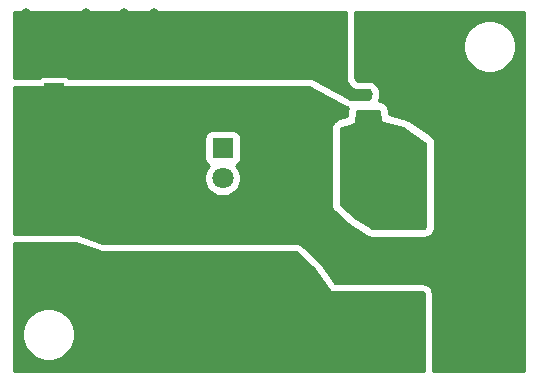
<source format=gbl>
G04 #@! TF.GenerationSoftware,KiCad,Pcbnew,(5.1.7)-1*
G04 #@! TF.CreationDate,2021-07-20T15:03:30-04:00*
G04 #@! TF.ProjectId,12-5_Volt_Regulator,31322d35-5f56-46f6-9c74-5f526567756c,rev?*
G04 #@! TF.SameCoordinates,Original*
G04 #@! TF.FileFunction,Copper,L2,Bot*
G04 #@! TF.FilePolarity,Positive*
%FSLAX46Y46*%
G04 Gerber Fmt 4.6, Leading zero omitted, Abs format (unit mm)*
G04 Created by KiCad (PCBNEW (5.1.7)-1) date 2021-07-20 15:03:30*
%MOMM*%
%LPD*%
G01*
G04 APERTURE LIST*
G04 #@! TA.AperFunction,ComponentPad*
%ADD10R,1.700000X1.700000*%
G04 #@! TD*
G04 #@! TA.AperFunction,ComponentPad*
%ADD11O,1.700000X1.700000*%
G04 #@! TD*
G04 #@! TA.AperFunction,ComponentPad*
%ADD12R,1.800000X1.800000*%
G04 #@! TD*
G04 #@! TA.AperFunction,ComponentPad*
%ADD13C,1.800000*%
G04 #@! TD*
G04 #@! TA.AperFunction,ViaPad*
%ADD14C,0.800000*%
G04 #@! TD*
G04 #@! TA.AperFunction,Conductor*
%ADD15C,0.254000*%
G04 #@! TD*
G04 #@! TA.AperFunction,Conductor*
%ADD16C,0.100000*%
G04 #@! TD*
G04 APERTURE END LIST*
D10*
X120459000Y-107933000D03*
D11*
X120459000Y-110473000D03*
D12*
X134747000Y-101600000D03*
D13*
X134747000Y-104140000D03*
D11*
X120459000Y-94408000D03*
D10*
X120459000Y-96948000D03*
D14*
X138430000Y-104140000D03*
X138430000Y-102870000D03*
X138430000Y-101600000D03*
X127635000Y-100965000D03*
X127635000Y-99695000D03*
X127635000Y-98425000D03*
X126365000Y-97790000D03*
X126365000Y-99060000D03*
X126365000Y-100330000D03*
X126365000Y-101600000D03*
X126365000Y-104775000D03*
X127635000Y-105410000D03*
X126365000Y-106045000D03*
X127635000Y-106680000D03*
X126365000Y-107315000D03*
X127635000Y-107950000D03*
X126365000Y-108585000D03*
X150876000Y-96393000D03*
X149860000Y-96393000D03*
X148717000Y-96393000D03*
X149860000Y-97790000D03*
X150876000Y-97790000D03*
X149860000Y-94996000D03*
X150876000Y-94996000D03*
X148844000Y-94996000D03*
X136652000Y-107823000D03*
X139192000Y-107823000D03*
X134112000Y-107823000D03*
X141732000Y-107823000D03*
X133858000Y-98171000D03*
X136398000Y-98171000D03*
X138938000Y-98171000D03*
X141478000Y-98171000D03*
X143637000Y-98933000D03*
X128905000Y-108585000D03*
X128905000Y-107315000D03*
X128905000Y-106045000D03*
X128905000Y-104775000D03*
X128905000Y-101600000D03*
X128905000Y-100330000D03*
X128905000Y-99060000D03*
X128905000Y-97790000D03*
X138430000Y-105410000D03*
X140970000Y-101600000D03*
X140970000Y-102870000D03*
X140970000Y-104140000D03*
X140970000Y-105410000D03*
X149860000Y-90805000D03*
X151765000Y-90805000D03*
X150495000Y-92075000D03*
X152400000Y-92075000D03*
X157480000Y-97155000D03*
X159385000Y-97155000D03*
X158750000Y-98425000D03*
X157480000Y-99060000D03*
X159385000Y-100330000D03*
X157480000Y-100965000D03*
X159385000Y-102235000D03*
X157480000Y-102870000D03*
X159385000Y-104140000D03*
X154305000Y-104140000D03*
X154305000Y-106045000D03*
X156845000Y-106680000D03*
X154305000Y-107950000D03*
X156845000Y-108585000D03*
X154305000Y-109855000D03*
X156845000Y-110490000D03*
X156845000Y-104775000D03*
X159385000Y-106045000D03*
X159385000Y-107950000D03*
X159385000Y-109855000D03*
X159385000Y-111760000D03*
X153670000Y-111125000D03*
X146558000Y-111125000D03*
X145161000Y-109728000D03*
X143891000Y-108204000D03*
X159385000Y-113665000D03*
X156845000Y-112395000D03*
X159385000Y-115570000D03*
X156845000Y-114300000D03*
X154305000Y-113030000D03*
X159385000Y-117475000D03*
X156845000Y-116205000D03*
X154305000Y-114935000D03*
X159385000Y-119380000D03*
X156845000Y-118110000D03*
X154305000Y-116840000D03*
X154305000Y-118745000D03*
X118110000Y-101600000D03*
X123190000Y-101600000D03*
X123190000Y-103505000D03*
X118110000Y-103505000D03*
X118110000Y-108585000D03*
X123190000Y-107950000D03*
X118110000Y-97790000D03*
X123190000Y-97155000D03*
X151130000Y-107950000D03*
X149860000Y-107950000D03*
X148590000Y-107950000D03*
X147447000Y-104521000D03*
X145415000Y-101727000D03*
X147955000Y-106680000D03*
X149225000Y-106680000D03*
X150495000Y-106680000D03*
X145415000Y-104775000D03*
X147623000Y-101903000D03*
X146685000Y-99060000D03*
X147955000Y-99695000D03*
X146050000Y-100330000D03*
X126365000Y-90170000D03*
X126365000Y-91440000D03*
X126365000Y-92710000D03*
X127635000Y-90805000D03*
X127635000Y-92075000D03*
X127635000Y-93345000D03*
X126365000Y-93980000D03*
X133858000Y-93599000D03*
X136398000Y-93599000D03*
X138938000Y-93599000D03*
X141478000Y-93599000D03*
X143637000Y-95377000D03*
X147080000Y-97028000D03*
X145288000Y-96647000D03*
X144780000Y-94615000D03*
X143510000Y-93980000D03*
X128905000Y-93980000D03*
X128905000Y-92710000D03*
X128905000Y-91440000D03*
X128905000Y-90170000D03*
X144145000Y-90805000D03*
X142875000Y-92075000D03*
X141605000Y-90805000D03*
X140335000Y-92075000D03*
X139065000Y-90805000D03*
X137795000Y-92075000D03*
X136525000Y-90805000D03*
X135255000Y-92075000D03*
X133985000Y-90805000D03*
X132715000Y-92075000D03*
X123190000Y-90170000D03*
X118110000Y-90170000D03*
X118110000Y-93980000D03*
X123190000Y-93980000D03*
X150495000Y-114300000D03*
X149225000Y-114300000D03*
X147955000Y-114300000D03*
X126365000Y-115570000D03*
X127635000Y-114935000D03*
X126365000Y-114300000D03*
X127635000Y-113665000D03*
X126365000Y-113030000D03*
X127635000Y-112395000D03*
X141732000Y-112395000D03*
X139192000Y-112395000D03*
X136652000Y-112395000D03*
X134112000Y-112395000D03*
X126365000Y-111760000D03*
X128905000Y-111760000D03*
X128905000Y-113030000D03*
X128905000Y-114300000D03*
X128905000Y-115570000D03*
X142240000Y-113665000D03*
X140335000Y-113665000D03*
X137795000Y-113665000D03*
X135255000Y-113665000D03*
X132715000Y-113665000D03*
X150495000Y-116840000D03*
X149225000Y-118110000D03*
X147955000Y-116840000D03*
X146685000Y-118110000D03*
X145415000Y-116840000D03*
X144145000Y-118110000D03*
X142875000Y-116840000D03*
X141605000Y-118110000D03*
X140335000Y-116840000D03*
X139065000Y-118110000D03*
X137795000Y-116840000D03*
X136525000Y-118110000D03*
X135255000Y-116840000D03*
X133985000Y-118110000D03*
X132715000Y-116840000D03*
X131445000Y-118110000D03*
X130175000Y-116840000D03*
X128905000Y-118110000D03*
X127635000Y-116840000D03*
X126365000Y-118110000D03*
X125095000Y-116840000D03*
X118110000Y-110490000D03*
X118110000Y-114935000D03*
X123190000Y-114935000D03*
X123190000Y-111125000D03*
D15*
X145161000Y-95697445D02*
X145166449Y-95734248D01*
X145200039Y-95845188D01*
X145215920Y-95878832D01*
X145630957Y-96501387D01*
X145651265Y-96524973D01*
X145723303Y-96590368D01*
X145743288Y-96605215D01*
X145765786Y-96615877D01*
X145777775Y-96619521D01*
X145872147Y-96643186D01*
X145903037Y-96647000D01*
X147107491Y-96647000D01*
X147146984Y-96654856D01*
X147169859Y-96670141D01*
X147185144Y-96693016D01*
X147193000Y-96732509D01*
X147193000Y-97323491D01*
X147185144Y-97362984D01*
X147169859Y-97385859D01*
X147146984Y-97401144D01*
X147107491Y-97409000D01*
X145483011Y-97409000D01*
X145417226Y-97391953D01*
X144334140Y-96790239D01*
X144333552Y-96789911D01*
X142347925Y-95672995D01*
X142317844Y-95660830D01*
X142219792Y-95635145D01*
X142187610Y-95631000D01*
X121740914Y-95631000D01*
X121663494Y-95567463D01*
X121553180Y-95508498D01*
X121433482Y-95472188D01*
X121309000Y-95459928D01*
X119609000Y-95459928D01*
X119484518Y-95472188D01*
X119364820Y-95508498D01*
X119254506Y-95567463D01*
X119177086Y-95631000D01*
X117119000Y-95631000D01*
X117119000Y-90068000D01*
X145161000Y-90068000D01*
X145161000Y-95697445D01*
G04 #@! TA.AperFunction,Conductor*
D16*
G36*
X145161000Y-95697445D02*
G01*
X145166449Y-95734248D01*
X145200039Y-95845188D01*
X145215920Y-95878832D01*
X145630957Y-96501387D01*
X145651265Y-96524973D01*
X145723303Y-96590368D01*
X145743288Y-96605215D01*
X145765786Y-96615877D01*
X145777775Y-96619521D01*
X145872147Y-96643186D01*
X145903037Y-96647000D01*
X147107491Y-96647000D01*
X147146984Y-96654856D01*
X147169859Y-96670141D01*
X147185144Y-96693016D01*
X147193000Y-96732509D01*
X147193000Y-97323491D01*
X147185144Y-97362984D01*
X147169859Y-97385859D01*
X147146984Y-97401144D01*
X147107491Y-97409000D01*
X145483011Y-97409000D01*
X145417226Y-97391953D01*
X144334140Y-96790239D01*
X144333552Y-96789911D01*
X142347925Y-95672995D01*
X142317844Y-95660830D01*
X142219792Y-95635145D01*
X142187610Y-95631000D01*
X121740914Y-95631000D01*
X121663494Y-95567463D01*
X121553180Y-95508498D01*
X121433482Y-95472188D01*
X121309000Y-95459928D01*
X119609000Y-95459928D01*
X119484518Y-95472188D01*
X119364820Y-95508498D01*
X119254506Y-95567463D01*
X119177086Y-95631000D01*
X117119000Y-95631000D01*
X117119000Y-90068000D01*
X145161000Y-90068000D01*
X145161000Y-95697445D01*
G37*
G04 #@! TD.AperFunction*
D15*
X118008061Y-109620000D02*
X118211939Y-109620000D01*
X118307459Y-109601000D01*
X122255942Y-109601000D01*
X122301220Y-109608756D01*
X124385427Y-110344358D01*
X124406253Y-110349775D01*
X124472817Y-110361177D01*
X124494259Y-110363000D01*
X140879936Y-110363000D01*
X140917569Y-110370095D01*
X140950039Y-110390410D01*
X142511790Y-111832026D01*
X142532745Y-111856571D01*
X143725957Y-113646387D01*
X143746265Y-113669973D01*
X143818303Y-113735368D01*
X143838288Y-113750215D01*
X143860786Y-113760877D01*
X143872775Y-113764521D01*
X143967147Y-113788186D01*
X143998037Y-113792000D01*
X151679491Y-113792000D01*
X151718984Y-113799856D01*
X151741859Y-113815141D01*
X151757144Y-113838016D01*
X151765000Y-113877509D01*
X151765000Y-120498000D01*
X117119000Y-120498000D01*
X117119000Y-117127872D01*
X117780000Y-117127872D01*
X117780000Y-117568128D01*
X117865890Y-117999925D01*
X118034369Y-118406669D01*
X118278962Y-118772729D01*
X118590271Y-119084038D01*
X118956331Y-119328631D01*
X119363075Y-119497110D01*
X119794872Y-119583000D01*
X120235128Y-119583000D01*
X120666925Y-119497110D01*
X121073669Y-119328631D01*
X121439729Y-119084038D01*
X121751038Y-118772729D01*
X121995631Y-118406669D01*
X122164110Y-117999925D01*
X122250000Y-117568128D01*
X122250000Y-117127872D01*
X122164110Y-116696075D01*
X121995631Y-116289331D01*
X121751038Y-115923271D01*
X121439729Y-115611962D01*
X121073669Y-115367369D01*
X120666925Y-115198890D01*
X120235128Y-115113000D01*
X119794872Y-115113000D01*
X119363075Y-115198890D01*
X118956331Y-115367369D01*
X118590271Y-115611962D01*
X118278962Y-115923271D01*
X118034369Y-116289331D01*
X117865890Y-116696075D01*
X117780000Y-117127872D01*
X117119000Y-117127872D01*
X117119000Y-109601000D01*
X117912541Y-109601000D01*
X118008061Y-109620000D01*
G04 #@! TA.AperFunction,Conductor*
D16*
G36*
X118008061Y-109620000D02*
G01*
X118211939Y-109620000D01*
X118307459Y-109601000D01*
X122255942Y-109601000D01*
X122301220Y-109608756D01*
X124385427Y-110344358D01*
X124406253Y-110349775D01*
X124472817Y-110361177D01*
X124494259Y-110363000D01*
X140879936Y-110363000D01*
X140917569Y-110370095D01*
X140950039Y-110390410D01*
X142511790Y-111832026D01*
X142532745Y-111856571D01*
X143725957Y-113646387D01*
X143746265Y-113669973D01*
X143818303Y-113735368D01*
X143838288Y-113750215D01*
X143860786Y-113760877D01*
X143872775Y-113764521D01*
X143967147Y-113788186D01*
X143998037Y-113792000D01*
X151679491Y-113792000D01*
X151718984Y-113799856D01*
X151741859Y-113815141D01*
X151757144Y-113838016D01*
X151765000Y-113877509D01*
X151765000Y-120498000D01*
X117119000Y-120498000D01*
X117119000Y-117127872D01*
X117780000Y-117127872D01*
X117780000Y-117568128D01*
X117865890Y-117999925D01*
X118034369Y-118406669D01*
X118278962Y-118772729D01*
X118590271Y-119084038D01*
X118956331Y-119328631D01*
X119363075Y-119497110D01*
X119794872Y-119583000D01*
X120235128Y-119583000D01*
X120666925Y-119497110D01*
X121073669Y-119328631D01*
X121439729Y-119084038D01*
X121751038Y-118772729D01*
X121995631Y-118406669D01*
X122164110Y-117999925D01*
X122250000Y-117568128D01*
X122250000Y-117127872D01*
X122164110Y-116696075D01*
X121995631Y-116289331D01*
X121751038Y-115923271D01*
X121439729Y-115611962D01*
X121073669Y-115367369D01*
X120666925Y-115198890D01*
X120235128Y-115113000D01*
X119794872Y-115113000D01*
X119363075Y-115198890D01*
X118956331Y-115367369D01*
X118590271Y-115611962D01*
X118278962Y-115923271D01*
X118034369Y-116289331D01*
X117865890Y-116696075D01*
X117780000Y-117127872D01*
X117119000Y-117127872D01*
X117119000Y-109601000D01*
X117912541Y-109601000D01*
X118008061Y-109620000D01*
G37*
G04 #@! TD.AperFunction*
D15*
X147937538Y-98436672D02*
X147962317Y-98458547D01*
X147979788Y-98504209D01*
X148066266Y-99196034D01*
X148071812Y-99220473D01*
X148096668Y-99294979D01*
X148106824Y-99317710D01*
X148121434Y-99338269D01*
X148173062Y-99397458D01*
X148191187Y-99414526D01*
X148212588Y-99427874D01*
X148283027Y-99462619D01*
X148306485Y-99471434D01*
X150039291Y-99933516D01*
X150079710Y-99951775D01*
X151846447Y-101129600D01*
X151879895Y-101166446D01*
X151892000Y-101214717D01*
X151892000Y-108245491D01*
X151884144Y-108284984D01*
X151868859Y-108307859D01*
X151845984Y-108323144D01*
X151806491Y-108331000D01*
X147399361Y-108331000D01*
X147324413Y-108308308D01*
X146632407Y-107846970D01*
X146629877Y-107845326D01*
X146621836Y-107840237D01*
X146619260Y-107838649D01*
X146010132Y-107473172D01*
X145989066Y-107457599D01*
X144814091Y-106400120D01*
X144788907Y-106365470D01*
X144780000Y-106323577D01*
X144780000Y-99984398D01*
X144789217Y-99941828D01*
X144806917Y-99918039D01*
X144845040Y-99896980D01*
X145832794Y-99600654D01*
X145855649Y-99591290D01*
X145924096Y-99555111D01*
X145944860Y-99541376D01*
X145962291Y-99524160D01*
X146011870Y-99464697D01*
X146025862Y-99444105D01*
X146035449Y-99421558D01*
X146058730Y-99347721D01*
X146063831Y-99323556D01*
X146154740Y-98505375D01*
X146171839Y-98459108D01*
X146196668Y-98436885D01*
X146244539Y-98425000D01*
X147890062Y-98425000D01*
X147937538Y-98436672D01*
G04 #@! TA.AperFunction,Conductor*
D16*
G36*
X147937538Y-98436672D02*
G01*
X147962317Y-98458547D01*
X147979788Y-98504209D01*
X148066266Y-99196034D01*
X148071812Y-99220473D01*
X148096668Y-99294979D01*
X148106824Y-99317710D01*
X148121434Y-99338269D01*
X148173062Y-99397458D01*
X148191187Y-99414526D01*
X148212588Y-99427874D01*
X148283027Y-99462619D01*
X148306485Y-99471434D01*
X150039291Y-99933516D01*
X150079710Y-99951775D01*
X151846447Y-101129600D01*
X151879895Y-101166446D01*
X151892000Y-101214717D01*
X151892000Y-108245491D01*
X151884144Y-108284984D01*
X151868859Y-108307859D01*
X151845984Y-108323144D01*
X151806491Y-108331000D01*
X147399361Y-108331000D01*
X147324413Y-108308308D01*
X146632407Y-107846970D01*
X146629877Y-107845326D01*
X146621836Y-107840237D01*
X146619260Y-107838649D01*
X146010132Y-107473172D01*
X145989066Y-107457599D01*
X144814091Y-106400120D01*
X144788907Y-106365470D01*
X144780000Y-106323577D01*
X144780000Y-99984398D01*
X144789217Y-99941828D01*
X144806917Y-99918039D01*
X144845040Y-99896980D01*
X145832794Y-99600654D01*
X145855649Y-99591290D01*
X145924096Y-99555111D01*
X145944860Y-99541376D01*
X145962291Y-99524160D01*
X146011870Y-99464697D01*
X146025862Y-99444105D01*
X146035449Y-99421558D01*
X146058730Y-99347721D01*
X146063831Y-99323556D01*
X146154740Y-98505375D01*
X146171839Y-98459108D01*
X146196668Y-98436885D01*
X146244539Y-98425000D01*
X147890062Y-98425000D01*
X147937538Y-98436672D01*
G37*
G04 #@! TD.AperFunction*
D15*
X160249001Y-120498000D02*
X152527000Y-120498000D01*
X152527000Y-113865000D01*
X152514799Y-113741119D01*
X152499575Y-113664582D01*
X152463437Y-113545453D01*
X152404756Y-113435671D01*
X152361401Y-113370787D01*
X152282438Y-113274570D01*
X152186213Y-113195599D01*
X152121329Y-113152244D01*
X152011540Y-113093560D01*
X151892418Y-113057425D01*
X151815881Y-113042201D01*
X151692000Y-113030000D01*
X144230842Y-113030000D01*
X143162581Y-111427609D01*
X143117159Y-111367529D01*
X143086405Y-111331508D01*
X143034183Y-111277223D01*
X141458167Y-109822439D01*
X141364258Y-109750716D01*
X141301430Y-109711408D01*
X141201758Y-109660668D01*
X141082281Y-109625725D01*
X141009453Y-109611994D01*
X140891803Y-109601000D01*
X124568772Y-109601000D01*
X122544646Y-108886603D01*
X122440515Y-108859518D01*
X122373951Y-108848116D01*
X122266741Y-108839000D01*
X117119000Y-108839000D01*
X117119000Y-100700000D01*
X133208928Y-100700000D01*
X133208928Y-102500000D01*
X133221188Y-102624482D01*
X133257498Y-102744180D01*
X133316463Y-102854494D01*
X133395815Y-102951185D01*
X133492506Y-103030537D01*
X133602820Y-103089502D01*
X133621127Y-103095056D01*
X133554688Y-103161495D01*
X133386701Y-103412905D01*
X133270989Y-103692257D01*
X133212000Y-103988816D01*
X133212000Y-104291184D01*
X133270989Y-104587743D01*
X133386701Y-104867095D01*
X133554688Y-105118505D01*
X133768495Y-105332312D01*
X134019905Y-105500299D01*
X134299257Y-105616011D01*
X134595816Y-105675000D01*
X134898184Y-105675000D01*
X135194743Y-105616011D01*
X135474095Y-105500299D01*
X135725505Y-105332312D01*
X135939312Y-105118505D01*
X136107299Y-104867095D01*
X136223011Y-104587743D01*
X136282000Y-104291184D01*
X136282000Y-103988816D01*
X136223011Y-103692257D01*
X136107299Y-103412905D01*
X135939312Y-103161495D01*
X135872873Y-103095056D01*
X135891180Y-103089502D01*
X136001494Y-103030537D01*
X136098185Y-102951185D01*
X136177537Y-102854494D01*
X136236502Y-102744180D01*
X136272812Y-102624482D01*
X136285072Y-102500000D01*
X136285072Y-100700000D01*
X136272812Y-100575518D01*
X136236502Y-100455820D01*
X136177537Y-100345506D01*
X136098185Y-100248815D01*
X136001494Y-100169463D01*
X135891180Y-100110498D01*
X135771482Y-100074188D01*
X135647000Y-100061928D01*
X133847000Y-100061928D01*
X133722518Y-100074188D01*
X133602820Y-100110498D01*
X133492506Y-100169463D01*
X133395815Y-100248815D01*
X133316463Y-100345506D01*
X133257498Y-100455820D01*
X133221188Y-100575518D01*
X133208928Y-100700000D01*
X117119000Y-100700000D01*
X117119000Y-96393000D01*
X142073662Y-96393000D01*
X143960223Y-97454191D01*
X143961934Y-97455150D01*
X143962858Y-97455666D01*
X143964080Y-97456347D01*
X145061314Y-98065921D01*
X145210409Y-98125528D01*
X145307537Y-98150697D01*
X145372312Y-98158953D01*
X145348313Y-98223890D01*
X145307679Y-98395630D01*
X145253546Y-98882826D01*
X144586628Y-99082901D01*
X144444002Y-99142879D01*
X144369911Y-99183807D01*
X144234046Y-99280746D01*
X144138175Y-99386197D01*
X144087648Y-99454106D01*
X144004042Y-99598572D01*
X143960376Y-99734235D01*
X143942464Y-99816963D01*
X143926000Y-99970806D01*
X143926000Y-106336928D01*
X143941895Y-106488121D01*
X143959195Y-106569488D01*
X144010131Y-106722771D01*
X144082216Y-106845713D01*
X144131123Y-106913004D01*
X144232869Y-107025961D01*
X145422317Y-108096465D01*
X145476480Y-108140687D01*
X145507374Y-108163526D01*
X145565511Y-108202326D01*
X146169106Y-108564483D01*
X146866348Y-109029311D01*
X147058942Y-109120216D01*
X147169882Y-109153806D01*
X147380555Y-109185000D01*
X151819000Y-109185000D01*
X151960829Y-109171031D01*
X152037366Y-109155807D01*
X152173754Y-109114434D01*
X152299442Y-109047251D01*
X152364326Y-109003896D01*
X152474483Y-108913493D01*
X152564896Y-108803326D01*
X152608251Y-108738442D01*
X152675437Y-108612747D01*
X152716807Y-108476366D01*
X152732031Y-108399829D01*
X152746000Y-108258000D01*
X152746000Y-101199037D01*
X152724167Y-101022207D01*
X152700502Y-100927835D01*
X152679644Y-100859206D01*
X152618609Y-100730421D01*
X152533621Y-100616017D01*
X152468226Y-100543979D01*
X152333207Y-100427726D01*
X150544754Y-99235424D01*
X150440785Y-99177792D01*
X150381378Y-99150955D01*
X150269401Y-99111035D01*
X148869628Y-98737762D01*
X148825285Y-98383020D01*
X148782896Y-98213400D01*
X148748770Y-98124208D01*
X148647986Y-97943321D01*
X148550903Y-97838985D01*
X148479310Y-97775784D01*
X148306145Y-97662251D01*
X148171751Y-97614824D01*
X148079015Y-97592024D01*
X147957731Y-97577333D01*
X147997205Y-97518256D01*
X148075226Y-97329898D01*
X148115000Y-97129939D01*
X148115000Y-96926061D01*
X148075226Y-96726102D01*
X147997205Y-96537744D01*
X147883937Y-96368226D01*
X147863042Y-96347331D01*
X147832756Y-96290671D01*
X147789401Y-96225787D01*
X147710438Y-96129570D01*
X147614213Y-96050599D01*
X147549329Y-96007244D01*
X147439540Y-95948560D01*
X147320418Y-95912425D01*
X147243881Y-95897201D01*
X147120000Y-95885000D01*
X146135842Y-95885000D01*
X145923000Y-95565737D01*
X145923000Y-92743872D01*
X155118000Y-92743872D01*
X155118000Y-93184128D01*
X155203890Y-93615925D01*
X155372369Y-94022669D01*
X155616962Y-94388729D01*
X155928271Y-94700038D01*
X156294331Y-94944631D01*
X156701075Y-95113110D01*
X157132872Y-95199000D01*
X157573128Y-95199000D01*
X158004925Y-95113110D01*
X158411669Y-94944631D01*
X158777729Y-94700038D01*
X159089038Y-94388729D01*
X159333631Y-94022669D01*
X159502110Y-93615925D01*
X159588000Y-93184128D01*
X159588000Y-92743872D01*
X159502110Y-92312075D01*
X159333631Y-91905331D01*
X159089038Y-91539271D01*
X158777729Y-91227962D01*
X158411669Y-90983369D01*
X158004925Y-90814890D01*
X157573128Y-90729000D01*
X157132872Y-90729000D01*
X156701075Y-90814890D01*
X156294331Y-90983369D01*
X155928271Y-91227962D01*
X155616962Y-91539271D01*
X155372369Y-91905331D01*
X155203890Y-92312075D01*
X155118000Y-92743872D01*
X145923000Y-92743872D01*
X145923000Y-90068000D01*
X160249000Y-90068000D01*
X160249001Y-120498000D01*
G04 #@! TA.AperFunction,Conductor*
D16*
G36*
X160249001Y-120498000D02*
G01*
X152527000Y-120498000D01*
X152527000Y-113865000D01*
X152514799Y-113741119D01*
X152499575Y-113664582D01*
X152463437Y-113545453D01*
X152404756Y-113435671D01*
X152361401Y-113370787D01*
X152282438Y-113274570D01*
X152186213Y-113195599D01*
X152121329Y-113152244D01*
X152011540Y-113093560D01*
X151892418Y-113057425D01*
X151815881Y-113042201D01*
X151692000Y-113030000D01*
X144230842Y-113030000D01*
X143162581Y-111427609D01*
X143117159Y-111367529D01*
X143086405Y-111331508D01*
X143034183Y-111277223D01*
X141458167Y-109822439D01*
X141364258Y-109750716D01*
X141301430Y-109711408D01*
X141201758Y-109660668D01*
X141082281Y-109625725D01*
X141009453Y-109611994D01*
X140891803Y-109601000D01*
X124568772Y-109601000D01*
X122544646Y-108886603D01*
X122440515Y-108859518D01*
X122373951Y-108848116D01*
X122266741Y-108839000D01*
X117119000Y-108839000D01*
X117119000Y-100700000D01*
X133208928Y-100700000D01*
X133208928Y-102500000D01*
X133221188Y-102624482D01*
X133257498Y-102744180D01*
X133316463Y-102854494D01*
X133395815Y-102951185D01*
X133492506Y-103030537D01*
X133602820Y-103089502D01*
X133621127Y-103095056D01*
X133554688Y-103161495D01*
X133386701Y-103412905D01*
X133270989Y-103692257D01*
X133212000Y-103988816D01*
X133212000Y-104291184D01*
X133270989Y-104587743D01*
X133386701Y-104867095D01*
X133554688Y-105118505D01*
X133768495Y-105332312D01*
X134019905Y-105500299D01*
X134299257Y-105616011D01*
X134595816Y-105675000D01*
X134898184Y-105675000D01*
X135194743Y-105616011D01*
X135474095Y-105500299D01*
X135725505Y-105332312D01*
X135939312Y-105118505D01*
X136107299Y-104867095D01*
X136223011Y-104587743D01*
X136282000Y-104291184D01*
X136282000Y-103988816D01*
X136223011Y-103692257D01*
X136107299Y-103412905D01*
X135939312Y-103161495D01*
X135872873Y-103095056D01*
X135891180Y-103089502D01*
X136001494Y-103030537D01*
X136098185Y-102951185D01*
X136177537Y-102854494D01*
X136236502Y-102744180D01*
X136272812Y-102624482D01*
X136285072Y-102500000D01*
X136285072Y-100700000D01*
X136272812Y-100575518D01*
X136236502Y-100455820D01*
X136177537Y-100345506D01*
X136098185Y-100248815D01*
X136001494Y-100169463D01*
X135891180Y-100110498D01*
X135771482Y-100074188D01*
X135647000Y-100061928D01*
X133847000Y-100061928D01*
X133722518Y-100074188D01*
X133602820Y-100110498D01*
X133492506Y-100169463D01*
X133395815Y-100248815D01*
X133316463Y-100345506D01*
X133257498Y-100455820D01*
X133221188Y-100575518D01*
X133208928Y-100700000D01*
X117119000Y-100700000D01*
X117119000Y-96393000D01*
X142073662Y-96393000D01*
X143960223Y-97454191D01*
X143961934Y-97455150D01*
X143962858Y-97455666D01*
X143964080Y-97456347D01*
X145061314Y-98065921D01*
X145210409Y-98125528D01*
X145307537Y-98150697D01*
X145372312Y-98158953D01*
X145348313Y-98223890D01*
X145307679Y-98395630D01*
X145253546Y-98882826D01*
X144586628Y-99082901D01*
X144444002Y-99142879D01*
X144369911Y-99183807D01*
X144234046Y-99280746D01*
X144138175Y-99386197D01*
X144087648Y-99454106D01*
X144004042Y-99598572D01*
X143960376Y-99734235D01*
X143942464Y-99816963D01*
X143926000Y-99970806D01*
X143926000Y-106336928D01*
X143941895Y-106488121D01*
X143959195Y-106569488D01*
X144010131Y-106722771D01*
X144082216Y-106845713D01*
X144131123Y-106913004D01*
X144232869Y-107025961D01*
X145422317Y-108096465D01*
X145476480Y-108140687D01*
X145507374Y-108163526D01*
X145565511Y-108202326D01*
X146169106Y-108564483D01*
X146866348Y-109029311D01*
X147058942Y-109120216D01*
X147169882Y-109153806D01*
X147380555Y-109185000D01*
X151819000Y-109185000D01*
X151960829Y-109171031D01*
X152037366Y-109155807D01*
X152173754Y-109114434D01*
X152299442Y-109047251D01*
X152364326Y-109003896D01*
X152474483Y-108913493D01*
X152564896Y-108803326D01*
X152608251Y-108738442D01*
X152675437Y-108612747D01*
X152716807Y-108476366D01*
X152732031Y-108399829D01*
X152746000Y-108258000D01*
X152746000Y-101199037D01*
X152724167Y-101022207D01*
X152700502Y-100927835D01*
X152679644Y-100859206D01*
X152618609Y-100730421D01*
X152533621Y-100616017D01*
X152468226Y-100543979D01*
X152333207Y-100427726D01*
X150544754Y-99235424D01*
X150440785Y-99177792D01*
X150381378Y-99150955D01*
X150269401Y-99111035D01*
X148869628Y-98737762D01*
X148825285Y-98383020D01*
X148782896Y-98213400D01*
X148748770Y-98124208D01*
X148647986Y-97943321D01*
X148550903Y-97838985D01*
X148479310Y-97775784D01*
X148306145Y-97662251D01*
X148171751Y-97614824D01*
X148079015Y-97592024D01*
X147957731Y-97577333D01*
X147997205Y-97518256D01*
X148075226Y-97329898D01*
X148115000Y-97129939D01*
X148115000Y-96926061D01*
X148075226Y-96726102D01*
X147997205Y-96537744D01*
X147883937Y-96368226D01*
X147863042Y-96347331D01*
X147832756Y-96290671D01*
X147789401Y-96225787D01*
X147710438Y-96129570D01*
X147614213Y-96050599D01*
X147549329Y-96007244D01*
X147439540Y-95948560D01*
X147320418Y-95912425D01*
X147243881Y-95897201D01*
X147120000Y-95885000D01*
X146135842Y-95885000D01*
X145923000Y-95565737D01*
X145923000Y-92743872D01*
X155118000Y-92743872D01*
X155118000Y-93184128D01*
X155203890Y-93615925D01*
X155372369Y-94022669D01*
X155616962Y-94388729D01*
X155928271Y-94700038D01*
X156294331Y-94944631D01*
X156701075Y-95113110D01*
X157132872Y-95199000D01*
X157573128Y-95199000D01*
X158004925Y-95113110D01*
X158411669Y-94944631D01*
X158777729Y-94700038D01*
X159089038Y-94388729D01*
X159333631Y-94022669D01*
X159502110Y-93615925D01*
X159588000Y-93184128D01*
X159588000Y-92743872D01*
X159502110Y-92312075D01*
X159333631Y-91905331D01*
X159089038Y-91539271D01*
X158777729Y-91227962D01*
X158411669Y-90983369D01*
X158004925Y-90814890D01*
X157573128Y-90729000D01*
X157132872Y-90729000D01*
X156701075Y-90814890D01*
X156294331Y-90983369D01*
X155928271Y-91227962D01*
X155616962Y-91539271D01*
X155372369Y-91905331D01*
X155203890Y-92312075D01*
X155118000Y-92743872D01*
X145923000Y-92743872D01*
X145923000Y-90068000D01*
X160249000Y-90068000D01*
X160249001Y-120498000D01*
G37*
G04 #@! TD.AperFunction*
M02*

</source>
